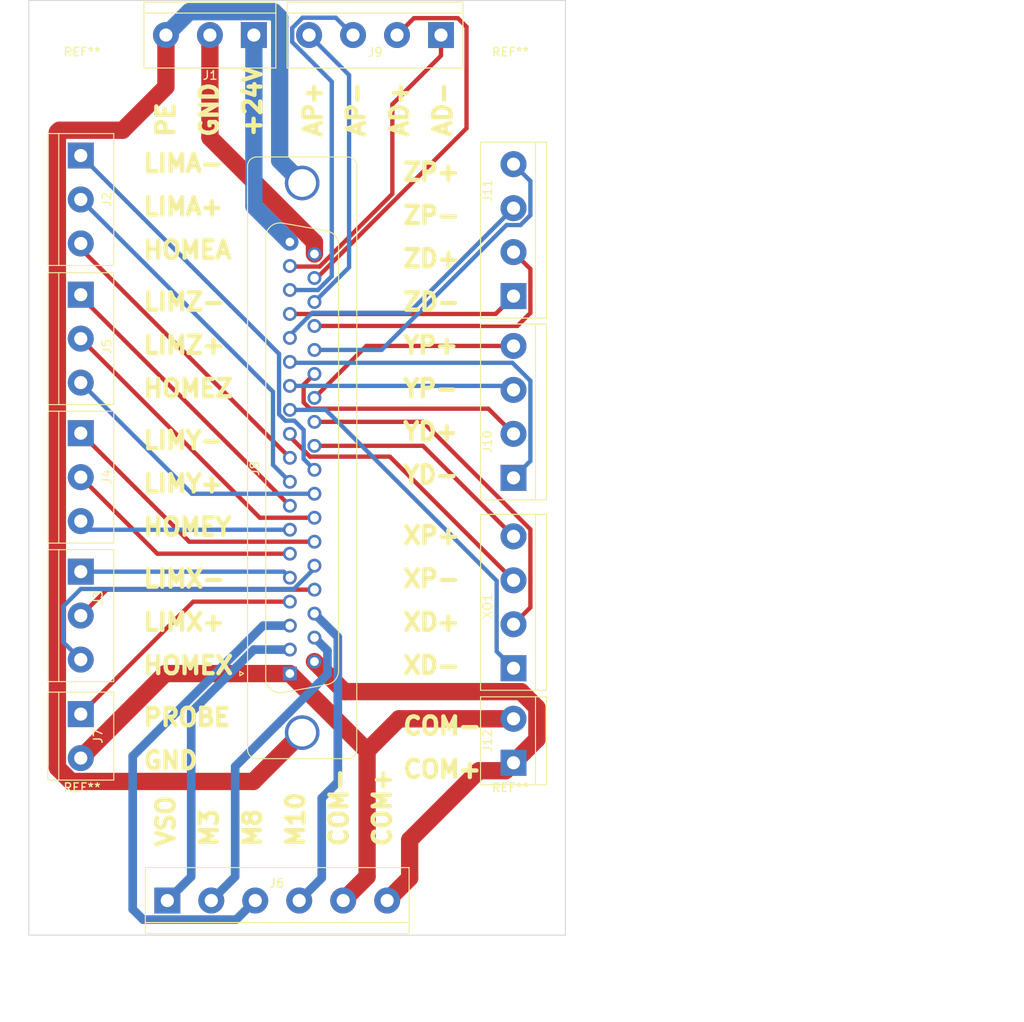
<source format=kicad_pcb>
(kicad_pcb (version 20221018) (generator pcbnew)
  (layers (0 "F.Cu" signal) (31 "B.Cu" signal) (34 "B.Paste" user) (35 "F.Paste" user) (36 "B.SilkS" user "B.Silkscreen") (37 "F.SilkS" user "F.Silkscreen") (38 "B.Mask" user) (39 "F.Mask" user) (44 "Edge.Cuts" user))
  (net 0 "")
  (net 1 "24V")
  (net 2 "GND")
  (net 3 "PE")
  (net 4 "LIMA-")
  (net 5 "LIMA+")
  (net 6 "HOMEA")
  (net 7 "LIMX-")
  (net 8 "LIMX+")
  (net 9 "HOMEX")
  (net 10 "LIMY-")
  (net 11 "LIMY+")
  (net 12 "HOMEY")
  (net 13 "LIMZ-")
  (net 14 "LIMZ+")
  (net 15 "HOMEZ")
  (net 16 "VSO")
  (net 17 "M3")
  (net 18 "M8")
  (net 19 "M10")
  (net 20 "COM-")
  (net 21 "COM+")
  (net 22 "PROBE")
  (net 23 "XP-")
  (net 24 "XD-")
  (net 25 "YP-")
  (net 26 "YD-")
  (net 27 "ZP-")
  (net 28 "ZD-")
  (net 29 "AP-")
  (net 30 "AD-")
  (net 31 "XP+")
  (net 32 "XD+")
  (net 33 "YP+")
  (net 34 "YD+")
  (net 35 "ZP+")
  (net 36 "ZD+")
  (net 37 "AP+")
  (net 38 "AD+")
  (footprint "TerminalBlock:TerminalBlock_bornier-3_P5.08mm" (layer "F.Cu") (at 136 57.92 -90)
    (fp_text reference "J2" (at 5.08 -3 90) (layer "F.SilkS"))
    (fp_text value "AI")
    (fp_line (start -2.54 -3.81) (end 12.7 -3.81) (stroke (width 0.12)) (layer "F.SilkS"))
    (fp_line (start -2.54 2.54) (end 12.7 2.54) (stroke (width 0.12)) (layer "F.SilkS"))
    (fp_line (start -2.54 3.81) (end -2.54 -3.81) (stroke (width 0.12)) (layer "F.SilkS"))
    (fp_line (start -2.54 3.81) (end 12.7 3.81) (stroke (width 0.12)) (layer "F.SilkS"))
    (fp_line (start 12.7 3.81) (end 12.7 -3.81) (stroke (width 0.12)) (layer "F.SilkS"))
    (pad "1" thru_hole rect (at 0 0 270) (size 3 3) (drill 1.52) (layers "*.Cu" "*.Mask") (net 4 "LIMA-"))
    (pad "2" thru_hole circle (at 5.08 0 270) (size 3 3) (drill 1.52) (layers "*.Cu" "*.Mask") (net 5 "LIMA+"))
    (pad "3" thru_hole circle (at 10.16 0 270) (size 3 3) (drill 1.52) (layers "*.Cu" "*.Mask") (net 6 "HOMEA"))
  )
  (footprint "TerminalBlock:TerminalBlock_bornier-4_P5.08mm" (layer "F.Cu") (at 186 74.16 90)
    (fp_text reference "J11" (at 12.16 -3 90) (layer "F.SilkS"))
    (fp_text value "ZO")
    (fp_line (start -2.54 -3.81) (end -2.54 3.81) (stroke (width 0.12)) (layer "F.SilkS"))
    (fp_line (start -2.54 -3.81) (end 17.78 -3.81) (stroke (width 0.12)) (layer "F.SilkS"))
    (fp_line (start -2.54 3.81) (end 17.78 3.81) (stroke (width 0.12)) (layer "F.SilkS"))
    (fp_line (start 17.78 2.54) (end -2.54 2.54) (stroke (width 0.12)) (layer "F.SilkS"))
    (fp_line (start 17.78 3.81) (end 17.78 -3.81) (stroke (width 0.12)) (layer "F.SilkS"))
    (pad "1" thru_hole rect (at 0 0 90) (size 3 3) (drill 1.52) (layers "*.Cu" "*.Mask") (net 28 "ZD-"))
    (pad "2" thru_hole circle (at 5.08 0 90) (size 3 3) (drill 1.52) (layers "*.Cu" "*.Mask") (net 36 "ZD+"))
    (pad "3" thru_hole circle (at 10.16 0 90) (size 3 3) (drill 1.52) (layers "*.Cu" "*.Mask") (net 27 "ZP-"))
    (pad "4" thru_hole circle (at 15.24 0 90) (size 3 3) (drill 1.52) (layers "*.Cu" "*.Mask") (net 35 "ZP+"))
  )
  (footprint "MountingHole:MountingHole_3.2mm_M3" (layer "F.Cu") (at 185.65 50.15)
    (fp_text reference "REF**" (at 0 -4.2) (layer "F.SilkS"))
    (fp_text value "MountingHole_3.2mm_M3")
    (pad "" np_thru_hole circle locked (at 0 0) (size 3.2 3.2) (drill 3.2) (layers "*.Cu" "*.Mask"))
  )
  (footprint "TerminalBlock:TerminalBlock_bornier-4_P5.08mm" (layer "F.Cu") (at 177.62 44 180)
    (fp_text reference "J9" (at 7.6 -2) (layer "F.SilkS"))
    (fp_text value "AO")
    (fp_line (start -2.54 -3.81) (end -2.54 3.81) (stroke (width 0.12)) (layer "F.SilkS"))
    (fp_line (start -2.54 -3.81) (end 17.78 -3.81) (stroke (width 0.12)) (layer "F.SilkS"))
    (fp_line (start -2.54 3.81) (end 17.78 3.81) (stroke (width 0.12)) (layer "F.SilkS"))
    (fp_line (start 17.78 2.54) (end -2.54 2.54) (stroke (width 0.12)) (layer "F.SilkS"))
    (fp_line (start 17.78 3.81) (end 17.78 -3.81) (stroke (width 0.12)) (layer "F.SilkS"))
    (pad "1" thru_hole rect (at 0 0 180) (size 3 3) (drill 1.52) (layers "*.Cu" "*.Mask") (net 30 "AD-"))
    (pad "2" thru_hole circle (at 5.08 0 180) (size 3 3) (drill 1.52) (layers "*.Cu" "*.Mask") (net 38 "AD+"))
    (pad "3" thru_hole circle (at 10.16 0 180) (size 3 3) (drill 1.52) (layers "*.Cu" "*.Mask") (net 29 "AP-"))
    (pad "4" thru_hole circle (at 15.24 0 180) (size 3 3) (drill 1.52) (layers "*.Cu" "*.Mask") (net 37 "AP+"))
  )
  (footprint "TerminalBlock:TerminalBlock_bornier-3_P5.08mm" (layer "F.Cu") (at 156 44 180)
    (fp_text reference "J1" (at 5.05 -4.65) (layer "F.SilkS"))
    (fp_text value "PWR")
    (fp_line (start -2.54 -3.81) (end 12.7 -3.81) (stroke (width 0.12)) (layer "F.SilkS"))
    (fp_line (start -2.54 2.54) (end 12.7 2.54) (stroke (width 0.12)) (layer "F.SilkS"))
    (fp_line (start -2.54 3.81) (end -2.54 -3.81) (stroke (width 0.12)) (layer "F.SilkS"))
    (fp_line (start -2.54 3.81) (end 12.7 3.81) (stroke (width 0.12)) (layer "F.SilkS"))
    (fp_line (start 12.7 3.81) (end 12.7 -3.81) (stroke (width 0.12)) (layer "F.SilkS"))
    (pad "1" thru_hole rect (at 0 0 180) (size 3 3) (drill 1.52) (layers "*.Cu" "*.Mask") (net 1 "24V"))
    (pad "2" thru_hole circle (at 5.08 0 180) (size 3 3) (drill 1.52) (layers "*.Cu" "*.Mask") (net 2 "GND"))
    (pad "3" thru_hole circle (at 10.16 0 180) (size 3 3) (drill 1.52) (layers "*.Cu" "*.Mask") (net 3 "PE"))
  )
  (footprint "TerminalBlock:TerminalBlock_bornier-3_P5.08mm" (layer "F.Cu") (at 136 106 -90)
    (fp_text reference "J3" (at 3 -2 90) (layer "F.SilkS"))
    (fp_text value "XI")
    (fp_line (start -2.54 -3.81) (end 12.7 -3.81) (stroke (width 0.12)) (layer "F.SilkS"))
    (fp_line (start -2.54 2.54) (end 12.7 2.54) (stroke (width 0.12)) (layer "F.SilkS"))
    (fp_line (start -2.54 3.81) (end -2.54 -3.81) (stroke (width 0.12)) (layer "F.SilkS"))
    (fp_line (start -2.54 3.81) (end 12.7 3.81) (stroke (width 0.12)) (layer "F.SilkS"))
    (fp_line (start 12.7 3.81) (end 12.7 -3.81) (stroke (width 0.12)) (layer "F.SilkS"))
    (pad "1" thru_hole rect (at 0 0 270) (size 3 3) (drill 1.52) (layers "*.Cu" "*.Mask") (net 7 "LIMX-"))
    (pad "2" thru_hole circle (at 5.08 0 270) (size 3 3) (drill 1.52) (layers "*.Cu" "*.Mask") (net 8 "LIMX+"))
    (pad "3" thru_hole circle (at 10.16 0 270) (size 3 3) (drill 1.52) (layers "*.Cu" "*.Mask") (net 9 "HOMEX"))
  )
  (footprint "TerminalBlock:TerminalBlock_bornier-3_P5.08mm" (layer "F.Cu") (at 136 74 -90)
    (fp_text reference "J5" (at 6 -3 90) (layer "F.SilkS"))
    (fp_text value "ZI")
    (fp_line (start -2.54 -3.81) (end 12.7 -3.81) (stroke (width 0.12)) (layer "F.SilkS"))
    (fp_line (start -2.54 2.54) (end 12.7 2.54) (stroke (width 0.12)) (layer "F.SilkS"))
    (fp_line (start -2.54 3.81) (end -2.54 -3.81) (stroke (width 0.12)) (layer "F.SilkS"))
    (fp_line (start -2.54 3.81) (end 12.7 3.81) (stroke (width 0.12)) (layer "F.SilkS"))
    (fp_line (start 12.7 3.81) (end 12.7 -3.81) (stroke (width 0.12)) (layer "F.SilkS"))
    (pad "1" thru_hole rect (at 0 0 270) (size 3 3) (drill 1.52) (layers "*.Cu" "*.Mask") (net 13 "LIMZ-"))
    (pad "2" thru_hole circle (at 5.08 0 270) (size 3 3) (drill 1.52) (layers "*.Cu" "*.Mask") (net 14 "LIMZ+"))
    (pad "3" thru_hole circle (at 10.16 0 270) (size 3 3) (drill 1.52) (layers "*.Cu" "*.Mask") (net 15 "HOMEZ"))
  )
  (footprint "Connector_Dsub:DSUB-37_Male_Vertical_P2.77x2.84mm_MountingHoles" (layer "F.Cu") (at 160.16 117.775 90)
    (fp_text reference "J8" (at 23.69 -4.05 90) (layer "F.SilkS"))
    (fp_text value "DC37_Plug_MountingHoles")
    (fp_line (start -9.83 6.67) (end -9.83 -3.83) (stroke (width 0.12)) (layer "F.SilkS"))
    (fp_line (start -8.77 -4.89) (end 58.63 -4.89) (stroke (width 0.12)) (layer "F.SilkS"))
    (fp_line (start -2.18647 -0.841744) (end -1.287202 4.258256) (stroke (width 0.12)) (layer "F.SilkS"))
    (fp_line (start -0.551689 -2.79) (end 50.411689 -2.79) (stroke (width 0.12)) (layer "F.SilkS"))
    (fp_line (start -0.25 -5.784338) (end 0.25 -5.784338) (stroke (width 0.12)) (layer "F.SilkS"))
    (fp_line (start 0 -5.351325) (end -0.25 -5.784338) (stroke (width 0.12)) (layer "F.SilkS"))
    (fp_line (start 0.25 -5.784338) (end 0 -5.351325) (stroke (width 0.12)) (layer "F.SilkS"))
    (fp_line (start 0.347579 5.63) (end 49.512421 5.63) (stroke (width 0.12)) (layer "F.SilkS"))
    (fp_line (start 52.04647 -0.841744) (end 51.147202 4.258256) (stroke (width 0.12)) (layer "F.SilkS"))
    (fp_line (start 58.63 7.73) (end -8.77 7.73) (stroke (width 0.12)) (layer "F.SilkS"))
    (fp_line (start 59.69 -3.83) (end 59.69 6.67) (stroke (width 0.12)) (layer "F.SilkS"))
    (fp_arc (start -9.83 -3.83) (mid -9.519533 -4.579533) (end -8.77 -4.89) (stroke (width 0.12)) (layer "F.SilkS"))
    (fp_arc (start -8.77 7.73) (mid -9.519533 7.419533) (end -9.83 6.67) (stroke (width 0.12)) (layer "F.SilkS"))
    (fp_arc (start -2.18647 -0.841744) (mid -1.823323 -2.197028) (end -0.551689 -2.79) (stroke (width 0.12)) (layer "F.SilkS"))
    (fp_arc (start 0.347579 5.63) (mid -0.719448 5.241633) (end -1.287202 4.258256) (stroke (width 0.12)) (layer "F.SilkS"))
    (fp_arc (start 50.411689 -2.79) (mid 51.683331 -2.197031) (end 52.04647 -0.841744) (stroke (width 0.12)) (layer "F.SilkS"))
    (fp_arc (start 51.147202 4.258256) (mid 50.57945 5.241642) (end 49.512421 5.63) (stroke (width 0.12)) (layer "F.SilkS"))
    (fp_arc (start 58.63 -4.89) (mid 59.379533 -4.579533) (end 59.69 -3.83) (stroke (width 0.12)) (layer "F.SilkS"))
    (fp_arc (start 59.69 6.67) (mid 59.379533 7.419533) (end 58.63 7.73) (stroke (width 0.12)) (layer "F.SilkS"))
    (pad "0" thru_hole circle (at -6.82 1.42 90) (size 4 4) (drill 3.2) (layers "*.Cu" "*.Mask") (net 3 "PE"))
    (pad "0" thru_hole circle (at 56.68 1.42 90) (size 4 4) (drill 3.2) (layers "*.Cu" "*.Mask") (net 3 "PE"))
    (pad "1" thru_hole rect (at 0 0 90) (size 1.6 1.6) (drill 1) (layers "*.Cu" "*.Mask") (net 20 "COM-"))
    (pad "2" thru_hole circle (at 2.77 0 90) (size 1.6 1.6) (drill 1) (layers "*.Cu" "*.Mask") (net 16 "VSO"))
    (pad "3" thru_hole circle (at 5.54 0 90) (size 1.6 1.6) (drill 1) (layers "*.Cu" "*.Mask") (net 18 "M8"))
    (pad "4" thru_hole circle (at 8.31 0 90) (size 1.6 1.6) (drill 1) (layers "*.Cu" "*.Mask") (net 22 "PROBE"))
    (pad "5" thru_hole circle (at 11.08 0 90) (size 1.6 1.6) (drill 1) (layers "*.Cu" "*.Mask") (net 7 "LIMX-"))
    (pad "6" thru_hole circle (at 13.85 0 90) (size 1.6 1.6) (drill 1) (layers "*.Cu" "*.Mask") (net 11 "LIMY+"))
    (pad "7" thru_hole circle (at 16.62 0 90) (size 1.6 1.6) (drill 1) (layers "*.Cu" "*.Mask") (net 12 "HOMEY"))
    (pad "8" thru_hole circle (at 19.39 0 90) (size 1.6 1.6) (drill 1) (layers "*.Cu" "*.Mask") (net 13 "LIMZ-"))
    (pad "9" thru_hole circle (at 22.16 0 90) (size 1.6 1.6) (drill 1) (layers "*.Cu" "*.Mask") (net 5 "LIMA+"))
    (pad "10" thru_hole circle (at 24.93 0 90) (size 1.6 1.6) (drill 1) (layers "*.Cu" "*.Mask") (net 6 "HOMEA"))
    (pad "11" thru_hole circle (at 27.7 0 90) (size 1.6 1.6) (drill 1) (layers "*.Cu" "*.Mask") (net 23 "XP-"))
    (pad "12" thru_hole circle (at 30.47 0 90) (size 1.6 1.6) (drill 1) (layers "*.Cu" "*.Mask") (net 24 "XD-"))
    (pad "13" thru_hole circle (at 33.24 0 90) (size 1.6 1.6) (drill 1) (layers "*.Cu" "*.Mask") (net 25 "YP-"))
    (pad "14" thru_hole circle (at 36.01 0 90) (size 1.6 1.6) (drill 1) (layers "*.Cu" "*.Mask") (net 26 "YD-"))
    (pad "15" thru_hole circle (at 38.78 0 90) (size 1.6 1.6) (drill 1) (layers "*.Cu" "*.Mask") (net 27 "ZP-"))
    (pad "16" thru_hole circle (at 41.55 0 90) (size 1.6 1.6) (drill 1) (layers "*.Cu" "*.Mask") (net 28 "ZD-"))
    (pad "17" thru_hole circle (at 44.32 0 90) (size 1.6 1.6) (drill 1) (layers "*.Cu" "*.Mask") (net 29 "AP-"))
    (pad "18" thru_hole circle (at 47.09 0 90) (size 1.6 1.6) (drill 1) (layers "*.Cu" "*.Mask") (net 30 "AD-"))
    (pad "19" thru_hole circle (at 49.86 0 90) (size 1.6 1.6) (drill 1) (layers "*.Cu" "*.Mask") (net 1 "24V"))
    (pad "20" thru_hole circle (at 1.385 2.84 90) (size 1.6 1.6) (drill 1) (layers "*.Cu" "*.Mask") (net 21 "COM+"))
    (pad "21" thru_hole circle (at 4.155 2.84 90) (size 1.6 1.6) (drill 1) (layers "*.Cu" "*.Mask") (net 17 "M3"))
    (pad "22" thru_hole circle (at 6.925 2.84 90) (size 1.6 1.6) (drill 1) (layers "*.Cu" "*.Mask") (net 19 "M10"))
    (pad "23" thru_hole circle (at 9.695 2.84 90) (size 1.6 1.6) (drill 1) (layers "*.Cu" "*.Mask") (net 8 "LIMX+"))
    (pad "24" thru_hole circle (at 12.465 2.84 90) (size 1.6 1.6) (drill 1) (layers "*.Cu" "*.Mask") (net 9 "HOMEX"))
    (pad "25" thru_hole circle (at 15.235 2.84 90) (size 1.6 1.6) (drill 1) (layers "*.Cu" "*.Mask") (net 10 "LIMY-"))
    (pad "26" thru_hole circle (at 18.005 2.84 90) (size 1.6 1.6) (drill 1) (layers "*.Cu" "*.Mask") (net 14 "LIMZ+"))
    (pad "27" thru_hole circle (at 20.775 2.84 90) (size 1.6 1.6) (drill 1) (layers "*.Cu" "*.Mask") (net 15 "HOMEZ"))
    (pad "28" thru_hole circle (at 23.545 2.84 90) (size 1.6 1.6) (drill 1) (layers "*.Cu" "*.Mask") (net 4 "LIMA-"))
    (pad "29" thru_hole circle (at 26.315 2.84 90) (size 1.6 1.6) (drill 1) (layers "*.Cu" "*.Mask") (net 31 "XP+"))
    (pad "30" thru_hole circle (at 29.085 2.84 90) (size 1.6 1.6) (drill 1) (layers "*.Cu" "*.Mask") (net 32 "XD+"))
    (pad "31" thru_hole circle (at 31.855 2.84 90) (size 1.6 1.6) (drill 1) (layers "*.Cu" "*.Mask") (net 33 "YP+"))
    (pad "32" thru_hole circle (at 34.625 2.84 90) (size 1.6 1.6) (drill 1) (layers "*.Cu" "*.Mask") (net 34 "YD+"))
    (pad "33" thru_hole circle (at 37.395 2.84 90) (size 1.6 1.6) (drill 1) (layers "*.Cu" "*.Mask") (net 35 "ZP+"))
    (pad "34" thru_hole circle (at 40.165 2.84 90) (size 1.6 1.6) (drill 1) (layers "*.Cu" "*.Mask") (net 36 "ZD+"))
    (pad "35" thru_hole circle (at 42.935 2.84 90) (size 1.6 1.6) (drill 1) (layers "*.Cu" "*.Mask") (net 37 "AP+"))
    (pad "36" thru_hole circle (at 45.705 2.84 90) (size 1.6 1.6) (drill 1) (layers "*.Cu" "*.Mask") (net 38 "AD+"))
    (pad "37" thru_hole circle (at 48.475 2.84 90) (size 1.6 1.6) (drill 1) (layers "*.Cu" "*.Mask") (net 2 "GND"))
  )
  (footprint "TerminalBlock:TerminalBlock_bornier-6_P5.08mm" (layer "F.Cu") (at 146 144)
    (fp_text reference "J6" (at 12.65 -2) (layer "F.SilkS"))
    (fp_text value "Conn_01x06_Socket")
    (fp_line (start -2.54 -3.81) (end -2.54 3.81) (stroke (width 0.12)) (layer "F.SilkS"))
    (fp_line (start -2.54 -3.81) (end 27.94 -3.81) (stroke (width 0.12)) (layer "F.SilkS"))
    (fp_line (start -2.54 2.54) (end 27.94 2.54) (stroke (width 0.12)) (layer "F.SilkS"))
    (fp_line (start -2.54 3.81) (end 27.94 3.81) (stroke (width 0.12)) (layer "F.SilkS"))
    (fp_line (start 27.94 3.81) (end 27.94 -3.81) (stroke (width 0.12)) (layer "F.SilkS"))
    (pad "1" thru_hole rect (at 0 0) (size 3 3) (drill 1.52) (layers "*.Cu" "*.Mask") (net 16 "VSO"))
    (pad "2" thru_hole circle (at 5.08 0) (size 3 3) (drill 1.52) (layers "*.Cu" "*.Mask") (net 17 "M3"))
    (pad "3" thru_hole circle (at 10.16 0) (size 3 3) (drill 1.52) (layers "*.Cu" "*.Mask") (net 18 "M8"))
    (pad "4" thru_hole circle (at 15.24 0) (size 3 3) (drill 1.52) (layers "*.Cu" "*.Mask") (net 19 "M10"))
    (pad "5" thru_hole circle (at 20.32 0) (size 3 3) (drill 1.52) (layers "*.Cu" "*.Mask") (net 20 "COM-"))
    (pad "6" thru_hole circle (at 25.4 0) (size 3 3) (drill 1.52) (layers "*.Cu" "*.Mask") (net 21 "COM+"))
  )
  (footprint "TerminalBlock:TerminalBlock_bornier-4_P5.08mm" (layer "F.Cu") (at 186 117.16 90)
    (fp_text reference "XO1" (at 7.16 -3 90) (layer "F.SilkS"))
    (fp_text value "Conn_01x04_Socket")
    (fp_line (start -2.54 -3.81) (end -2.54 3.81) (stroke (width 0.12)) (layer "F.SilkS"))
    (fp_line (start -2.54 -3.81) (end 17.78 -3.81) (stroke (width 0.12)) (layer "F.SilkS"))
    (fp_line (start -2.54 3.81) (end 17.78 3.81) (stroke (width 0.12)) (layer "F.SilkS"))
    (fp_line (start 17.78 2.54) (end -2.54 2.54) (stroke (width 0.12)) (layer "F.SilkS"))
    (fp_line (start 17.78 3.81) (end 17.78 -3.81) (stroke (width 0.12)) (layer "F.SilkS"))
    (pad "1" thru_hole rect (at 0 0 90) (size 3 3) (drill 1.52) (layers "*.Cu" "*.Mask") (net 24 "XD-"))
    (pad "2" thru_hole circle (at 5.08 0 90) (size 3 3) (drill 1.52) (layers "*.Cu" "*.Mask") (net 32 "XD+"))
    (pad "3" thru_hole circle (at 10.16 0 90) (size 3 3) (drill 1.52) (layers "*.Cu" "*.Mask") (net 23 "XP-"))
    (pad "4" thru_hole circle (at 15.24 0 90) (size 3 3) (drill 1.52) (layers "*.Cu" "*.Mask") (net 31 "XP+"))
  )
  (footprint "TerminalBlock:TerminalBlock_bornier-2_P5.08mm" (layer "F.Cu") (at 186 128.08 90)
    (fp_text reference "J12" (at 2.54 -3 90) (layer "F.SilkS"))
    (fp_text value "~")
    (fp_line (start -2.54 -3.81) (end -2.54 3.81) (stroke (width 0.12)) (layer "F.SilkS"))
    (fp_line (start -2.54 3.81) (end 7.62 3.81) (stroke (width 0.12)) (layer "F.SilkS"))
    (fp_line (start 7.62 -3.81) (end -2.54 -3.81) (stroke (width 0.12)) (layer "F.SilkS"))
    (fp_line (start 7.62 2.54) (end -2.54 2.54) (stroke (width 0.12)) (layer "F.SilkS"))
    (fp_line (start 7.62 3.81) (end 7.62 -3.81) (stroke (width 0.12)) (layer "F.SilkS"))
    (pad "1" thru_hole rect (at 0 0 90) (size 3 3) (drill 1.52) (layers "*.Cu" "*.Mask") (net 21 "COM+"))
    (pad "2" thru_hole circle (at 5.08 0 90) (size 3 3) (drill 1.52) (layers "*.Cu" "*.Mask") (net 20 "COM-"))
  )
  (footprint "MountingHole:MountingHole_3.2mm_M3" (layer "F.Cu") (at 185.65 135.15)
    (fp_text reference "REF**" (at 0 -4.2) (layer "F.SilkS"))
    (fp_text value "MountingHole_3.2mm_M3")
    (pad "" np_thru_hole circle locked (at 0 0) (size 3.2 3.2) (drill 3.2) (layers "*.Cu" "*.Mask"))
  )
  (footprint "MountingHole:MountingHole_3.2mm_M3" (layer "F.Cu") (at 136.15 50.15)
    (fp_text reference "REF**" (at 0 -4.2) (layer "F.SilkS"))
    (fp_text value "MountingHole_3.2mm_M3")
    (pad "" np_thru_hole circle locked (at 0 0) (size 3.2 3.2) (drill 3.2) (layers "*.Cu" "*.Mask"))
  )
  (footprint "TerminalBlock:TerminalBlock_bornier-2_P5.08mm" (layer "F.Cu") (at 136 122.46 -90)
    (fp_text reference "J7" (at 2.54 -2 90) (layer "F.SilkS"))
    (fp_text value "Probe")
    (fp_line (start -2.54 -3.81) (end -2.54 3.81) (stroke (width 0.12)) (layer "F.SilkS"))
    (fp_line (start -2.54 3.81) (end 7.62 3.81) (stroke (width 0.12)) (layer "F.SilkS"))
    (fp_line (start 7.62 -3.81) (end -2.54 -3.81) (stroke (width 0.12)) (layer "F.SilkS"))
    (fp_line (start 7.62 2.54) (end -2.54 2.54) (stroke (width 0.12)) (layer "F.SilkS"))
    (fp_line (start 7.62 3.81) (end 7.62 -3.81) (stroke (width 0.12)) (layer "F.SilkS"))
    (pad "1" thru_hole rect (at 0 0 270) (size 3 3) (drill 1.52) (layers "*.Cu" "*.Mask") (net 22 "PROBE"))
    (pad "2" thru_hole circle (at 5.08 0 270) (size 3 3) (drill 1.52) (layers "*.Cu" "*.Mask") (net 20 "COM-"))
  )
  (footprint "TerminalBlock:TerminalBlock_bornier-3_P5.08mm" (layer "F.Cu") (at 136 90 -90)
    (fp_text reference "J4" (at 5.05 -3 90) (layer "F.SilkS"))
    (fp_text value "YI")
    (fp_line (start -2.54 -3.81) (end 12.7 -3.81) (stroke (width 0.12)) (layer "F.SilkS"))
    (fp_line (start -2.54 2.54) (end 12.7 2.54) (stroke (width 0.12)) (layer "F.SilkS"))
    (fp_line (start -2.54 3.81) (end -2.54 -3.81) (stroke (width 0.12)) (layer "F.SilkS"))
    (fp_line (start -2.54 3.81) (end 12.7 3.81) (stroke (width 0.12)) (layer "F.SilkS"))
    (fp_line (start 12.7 3.81) (end 12.7 -3.81) (stroke (width 0.12)) (layer "F.SilkS"))
    (pad "1" thru_hole rect (at 0 0 270) (size 3 3) (drill 1.52) (layers "*.Cu" "*.Mask") (net 10 "LIMY-"))
    (pad "2" thru_hole circle (at 5.08 0 270) (size 3 3) (drill 1.52) (layers "*.Cu" "*.Mask") (net 11 "LIMY+"))
    (pad "3" thru_hole circle (at 10.16 0 270) (size 3 3) (drill 1.52) (layers "*.Cu" "*.Mask") (net 12 "HOMEY"))
  )
  (footprint "TerminalBlock:TerminalBlock_bornier-4_P5.08mm" (layer "F.Cu") (at 186 95.16 90)
    (fp_text reference "J10" (at 4.16 -3 90) (layer "F.SilkS"))
    (fp_text value "YO")
    (fp_line (start -2.54 -3.81) (end -2.54 3.81) (stroke (width 0.12)) (layer "F.SilkS"))
    (fp_line (start -2.54 -3.81) (end 17.78 -3.81) (stroke (width 0.12)) (layer "F.SilkS"))
    (fp_line (start -2.54 3.81) (end 17.78 3.81) (stroke (width 0.12)) (layer "F.SilkS"))
    (fp_line (start 17.78 2.54) (end -2.54 2.54) (stroke (width 0.12)) (layer "F.SilkS"))
    (fp_line (start 17.78 3.81) (end 17.78 -3.81) (stroke (width 0.12)) (layer "F.SilkS"))
    (pad "1" thru_hole rect (at 0 0 90) (size 3 3) (drill 1.52) (layers "*.Cu" "*.Mask") (net 26 "YD-"))
    (pad "2" thru_hole circle (at 5.08 0 90) (size 3 3) (drill 1.52) (layers "*.Cu" "*.Mask") (net 34 "YD+"))
    (pad "3" thru_hole circle (at 10.16 0 90) (size 3 3) (drill 1.52) (layers "*.Cu" "*.Mask") (net 25 "YP-"))
    (pad "4" thru_hole circle (at 15.24 0 90) (size 3 3) (drill 1.52) (layers "*.Cu" "*.Mask") (net 33 "YP+"))
  )
  (footprint "MountingHole:MountingHole_3.2mm_M3" (layer "F.Cu") (at 136.15 135.15)
    (fp_text reference "REF**" (at 0 -4.2) (layer "F.SilkS"))
    (fp_text value "MountingHole_3.2mm_M3")
    (pad "" np_thru_hole circle locked (at 0 0) (size 3.2 3.2) (drill 3.2) (layers "*.Cu" "*.Mask"))
  )
  (gr_line (start 130 148) (end 130 40) (stroke (width 0.1)) (layer "Edge.Cuts"))
  (gr_line (start 130 40) (end 192 40) (stroke (width 0.1)) (layer "Edge.Cuts"))
  (gr_line (start 192 148) (end 130 148) (stroke (width 0.1)) (layer "Edge.Cuts"))
  (gr_line (start 192 40) (end 192 148) (stroke (width 0.1)) (layer "Edge.Cuts"))
  (gr_text "COM+" (at 173 130) (layer "F.SilkS") (effects (font (size 2 2) (thickness 0.5) bold) (justify left bottom)))
  (gr_text "ZP+" (at 173 61) (layer "F.SilkS") (effects (font (size 2 2) (thickness 0.5) bold) (justify left bottom)))
  (gr_text "AP+" (at 164 56 90) (layer "F.SilkS") (effects (font (size 2 2) (thickness 0.5) bold) (justify left bottom)))
  (gr_text "ZD-" (at 173 76) (layer "F.SilkS") (effects (font (size 2 2) (thickness 0.5) bold) (justify left bottom)))
  (gr_text "GND" (at 143 129) (layer "F.SilkS") (effects (font (size 2 2) (thickness 0.5) bold) (justify left bottom)))
  (gr_text "AP-" (at 169 56 90) (layer "F.SilkS") (effects (font (size 2 2) (thickness 0.5) bold) (justify left bottom)))
  (gr_text "YP+" (at 173 81) (layer "F.SilkS") (effects (font (size 2 2) (thickness 0.5) bold) (justify left bottom)))
  (gr_text "ZD+" (at 173 71) (layer "F.SilkS") (effects (font (size 2 2) (thickness 0.5) bold) (justify left bottom)))
  (gr_text "HOMEA" (at 143 70) (layer "F.SilkS") (effects (font (size 2 2) (thickness 0.5) bold) (justify left bottom)))
  (gr_text "YD-" (at 173 96) (layer "F.SilkS") (effects (font (size 2 2) (thickness 0.5) bold) (justify left bottom)))
  (gr_text "PE" (at 147 56 90) (layer "F.SilkS") (effects (font (size 2 2) (thickness 0.5) bold) (justify left bottom)))
  (gr_text "LIMY+" (at 143 97) (layer "F.SilkS") (effects (font (size 2 2) (thickness 0.5) bold) (justify left bottom)))
  (gr_text "COM-" (at 173 125) (layer "F.SilkS") (effects (font (size 2 2) (thickness 0.5) bold) (justify left bottom)))
  (gr_text "M8" (at 157 138 90) (layer "F.SilkS") (effects (font (size 2 2) (thickness 0.5) bold) (justify left bottom)))
  (gr_text "HOMEZ" (at 143 86) (layer "F.SilkS") (effects (font (size 2 2) (thickness 0.5) bold) (justify left bottom)))
  (gr_text "GND" (at 152 56 90) (layer "F.SilkS") (effects (font (size 2 2) (thickness 0.5) bold) (justify left bottom)))
  (gr_text "LIMX-" (at 143 108) (layer "F.SilkS") (effects (font (size 2 2) (thickness 0.5) bold) (justify left bottom)))
  (gr_text "LIMY-" (at 143 92) (layer "F.SilkS") (effects (font (size 2 2) (thickness 0.5) bold) (justify left bottom)))
  (gr_text "HOMEX" (at 143 118) (layer "F.SilkS") (effects (font (size 2 2) (thickness 0.5) bold) (justify left bottom)))
  (gr_text "COM+" (at 172 138 90) (layer "F.SilkS") (effects (font (size 2 2) (thickness 0.5) bold) (justify left bottom)))
  (gr_text "XD-" (at 173 118) (layer "F.SilkS") (effects (font (size 2 2) (thickness 0.5) bold) (justify left bottom)))
  (gr_text "VSO" (at 147 138 90) (layer "F.SilkS") (effects (font (size 2 2) (thickness 0.5) bold) (justify left bottom)))
  (gr_text "XD+" (at 173 113) (layer "F.SilkS") (effects (font (size 2 2) (thickness 0.5) bold) (justify left bottom)))
  (gr_text "LIMZ+" (at 143 81) (layer "F.SilkS") (effects (font (size 2 2) (thickness 0.5) bold) (justify left bottom)))
  (gr_text "LIMZ-" (at 143 76) (layer "F.SilkS") (effects (font (size 2 2) (thickness 0.5) bold) (justify left bottom)))
  (gr_text "YP-" (at 173 86) (layer "F.SilkS") (effects (font (size 2 2) (thickness 0.5) bold) (justify left bottom)))
  (gr_text "HOMEY" (at 143 102) (layer "F.SilkS") (effects (font (size 2 2) (thickness 0.5) bold) (justify left bottom)))
  (gr_text "M3" (at 152 138 90) (layer "F.SilkS") (effects (font (size 2 2) (thickness 0.5) bold) (justify left bottom)))
  (gr_text "M10" (at 162 138 90) (layer "F.SilkS") (effects (font (size 2 2) (thickness 0.5) bold) (justify left bottom)))
  (gr_text "ZP-" (at 173 66) (layer "F.SilkS") (effects (font (size 2 2) (thickness 0.5) bold) (justify left bottom)))
  (gr_text "LIMX+" (at 143 113) (layer "F.SilkS") (effects (font (size 2 2) (thickness 0.5) bold) (justify left bottom)))
  (gr_text "AD-" (at 179 56 90) (layer "F.SilkS") (effects (font (size 2 2) (thickness 0.5) bold) (justify left bottom)))
  (gr_text "XP-" (at 173 108) (layer "F.SilkS") (effects (font (size 2 2) (thickness 0.5) bold) (justify left bottom)))
  (gr_text "LIMA+" (at 143 65) (layer "F.SilkS") (effects (font (size 2 2) (thickness 0.5) bold) (justify left bottom)))
  (gr_text "COM-" (at 167 138 90) (layer "F.SilkS") (effects (font (size 2 2) (thickness 0.5) bold) (justify left bottom)))
  (gr_text "XP+" (at 173 103) (layer "F.SilkS") (effects (font (size 2 2) (thickness 0.5) bold) (justify left bottom)))
  (gr_text "LIMA-" (at 143 60) (layer "F.SilkS") (effects (font (size 2 2) (thickness 0.5) bold) (justify left bottom)))
  (gr_text "PROBE" (at 143 124) (layer "F.SilkS") (effects (font (size 2 2) (thickness 0.5) bold) (justify left bottom)))
  (gr_text "AD+" (at 174 56 90) (layer "F.SilkS") (effects (font (size 2 2) (thickness 0.5) bold) (justify left bottom)))
  (gr_text "+24V" (at 157 56 90) (layer "F.SilkS") (effects (font (size 2 2) (thickness 0.5) bold) (justify left bottom)))
  (gr_text "YD+" (at 173 91) (layer "F.SilkS") (effects (font (size 2 2) (thickness 0.5) bold) (justify left bottom)))
  (segment (start 156 44) (end 156 63.755) (width 2) (layer "B.Cu") (net 1))
  (segment (start 156 63.755) (end 160.16 67.915) (width 2) (layer "B.Cu") (net 1))
  (segment (start 150.92 44) (end 150.92 55.846572) (width 2) (layer "F.Cu") (net 2))
  (segment (start 150.92 55.846572) (end 163 67.926572) (width 2) (layer "F.Cu") (net 2))
  (segment (start 163 67.926572) (end 163 69.3) (width 2) (layer "F.Cu") (net 2))
  (segment (start 161.58 124.595) (end 155.935 130.24) (width 2) (layer "F.Cu") (net 3))
  (segment (start 134.881623 130.24) (end 133.3 128.658377) (width 2) (layer "F.Cu") (net 3))
  (segment (start 133.3 55.22) (end 133.52 55) (width 2) (layer "F.Cu") (net 3))
  (segment (start 133.52 55) (end 140.84 55) (width 2) (layer "F.Cu") (net 3))
  (segment (start 155.935 130.24) (end 134.881623 130.24) (width 2) (layer "F.Cu") (net 3))
  (segment (start 133.3 128.658377) (end 133.3 55.22) (width 2) (layer "F.Cu") (net 3))
  (segment (start 140.84 55) (end 145.84 50) (width 2) (layer "F.Cu") (net 3))
  (segment (start 145.84 50) (end 145.84 44) (width 2) (layer "F.Cu") (net 3))
  (segment (start 158.3 41.3) (end 158.98 41.98) (width 2) (layer "B.Cu") (net 3))
  (segment (start 158.98 41.98) (end 158.98 58.495) (width 2) (layer "B.Cu") (net 3))
  (segment (start 148.54 41.3) (end 158.3 41.3) (width 2) (layer "B.Cu") (net 3))
  (segment (start 145.84 44) (end 148.54 41.3) (width 2) (layer "B.Cu") (net 3))
  (segment (start 158.98 58.495) (end 161.58 61.095) (width 2) (layer "B.Cu") (net 3))
  (segment (start 158.91 87.822767) (end 159.642233 88.555) (width 0.5) (layer "B.Cu") (net 4))
  (segment (start 159.642233 88.555) (end 160.677767 88.555) (width 0.5) (layer "B.Cu") (net 4))
  (segment (start 136 57.92) (end 158.91 80.83) (width 0.5) (layer "B.Cu") (net 4))
  (segment (start 160.677767 88.555) (end 161.75 89.627233) (width 0.5) (layer "B.Cu") (net 4))
  (segment (start 161.75 92.98) (end 163 94.23) (width 0.5) (layer "B.Cu") (net 4))
  (segment (start 158.91 80.83) (end 158.91 87.822767) (width 0.5) (layer "B.Cu") (net 4))
  (segment (start 161.75 89.627233) (end 161.75 92.98) (width 0.5) (layer "B.Cu") (net 4))
  (segment (start 136 63) (end 158.21 85.21) (width 0.5) (layer "B.Cu") (net 5))
  (segment (start 158.21 85.21) (end 158.21 93.665) (width 0.5) (layer "B.Cu") (net 5))
  (segment (start 158.21 93.665) (end 160.16 95.615) (width 0.5) (layer "B.Cu") (net 5))
  (segment (start 136 68.685) (end 136 68.08) (width 0.5) (layer "F.Cu") (net 6))
  (segment (start 160.16 92.845) (end 136 68.685) (width 0.5) (layer "F.Cu") (net 6))
  (segment (start 159.465 106) (end 160.16 106.695) (width 0.5) (layer "B.Cu") (net 7))
  (segment (start 136 106) (end 159.465 106) (width 0.5) (layer "B.Cu") (net 7))
  (segment (start 136 111.08) (end 139 108.08) (width 0.5) (layer "F.Cu") (net 8))
  (segment (start 139 108.08) (end 163 108.08) (width 0.5) (layer "F.Cu") (net 8))
  (segment (start 163 105.31) (end 163 105.622767) (width 0.5) (layer "B.Cu") (net 9))
  (segment (start 136 108) (end 134 110) (width 0.5) (layer "B.Cu") (net 9))
  (segment (start 134 114.16) (end 136 116.16) (width 0.5) (layer "B.Cu") (net 9))
  (segment (start 163 105.622767) (end 160.622767 108) (width 0.5) (layer "B.Cu") (net 9))
  (segment (start 160.622767 108) (end 136 108) (width 0.5) (layer "B.Cu") (net 9))
  (segment (start 134 110) (end 134 114.16) (width 0.5) (layer "B.Cu") (net 9))
  (segment (start 136 90) (end 148.54 102.54) (width 0.5) (layer "F.Cu") (net 10))
  (segment (start 148.54 102.54) (end 163 102.54) (width 0.5) (layer "F.Cu") (net 10))
  (segment (start 144.845 103.925) (end 160.16 103.925) (width 0.5) (layer "F.Cu") (net 11))
  (segment (start 136 95.08) (end 144.845 103.925) (width 0.5) (layer "F.Cu") (net 11))
  (segment (start 136.995 101.155) (end 136 100.16) (width 0.5) (layer "B.Cu") (net 12))
  (segment (start 160.16 101.155) (end 136.995 101.155) (width 0.5) (layer "B.Cu") (net 12))
  (segment (start 136 74.225) (end 160.16 98.385) (width 0.5) (layer "F.Cu") (net 13))
  (segment (start 136 74) (end 136 74.225) (width 0.5) (layer "F.Cu") (net 13))
  (segment (start 136 79.08) (end 156.69 99.77) (width 0.5) (layer "F.Cu") (net 14))
  (segment (start 156.69 99.77) (end 163 99.77) (width 0.5) (layer "F.Cu") (net 14))
  (segment (start 148.84 97) (end 136 84.16) (width 0.5) (layer "B.Cu") (net 15))
  (segment (start 163 97) (end 148.84 97) (width 0.5) (layer "B.Cu") (net 15))
  (segment (start 146 144) (end 148.76 141.24) (width 1) (layer "B.Cu") (net 16))
  (segment (start 148.76 141.24) (end 148.76 122.24) (width 1) (layer "B.Cu") (net 16))
  (segment (start 156.005 115.005) (end 160.16 115.005) (width 1) (layer "B.Cu") (net 16))
  (segment (start 156 115) (end 156.005 115.005) (width 1) (layer "B.Cu") (net 16))
  (segment (start 148.76 122.24) (end 156 115) (width 1) (layer "B.Cu") (net 16))
  (segment (start 153.84 128.516623) (end 153.84 141.24) (width 1) (layer "B.Cu") (net 17))
  (segment (start 153.84 141.24) (end 151.08 144) (width 1) (layer "B.Cu") (net 17))
  (segment (start 164.5 115.12) (end 164.5 117.856623) (width 1) (layer "B.Cu") (net 17))
  (segment (start 164.5 117.856623) (end 153.84 128.516623) (width 1) (layer "B.Cu") (net 17))
  (segment (start 163 113.62) (end 164.5 115.12) (width 1) (layer "B.Cu") (net 17))
  (segment (start 143.2 146.2) (end 153.96 146.2) (width 1) (layer "B.Cu") (net 18))
  (segment (start 142 127.302944) (end 142 145) (width 1) (layer "B.Cu") (net 18))
  (segment (start 153.96 146.2) (end 156.16 144) (width 1) (layer "B.Cu") (net 18))
  (segment (start 142 145) (end 143.2 146.2) (width 1) (layer "B.Cu") (net 18))
  (segment (start 160.16 112.235) (end 157.067944 112.235) (width 1) (layer "B.Cu") (net 18))
  (segment (start 157.067944 112.235) (end 142 127.302944) (width 1) (layer "B.Cu") (net 18))
  (segment (start 165.7 113.55) (end 165.7 130.3) (width 1) (layer "B.Cu") (net 19))
  (segment (start 163 110.85) (end 165.7 113.55) (width 1) (layer "B.Cu") (net 19))
  (segment (start 163.84 141.4) (end 161.24 144) (width 1) (layer "B.Cu") (net 19))
  (segment (start 163.84 132.16) (end 163.84 141.4) (width 1) (layer "B.Cu") (net 19))
  (segment (start 165.7 130.3) (end 163.84 132.16) (width 1) (layer "B.Cu") (net 19))
  (segment (start 172.775 123) (end 169.08 126.695) (width 2) (layer "F.Cu") (net 20))
  (segment (start 169.08 141.24) (end 169.08 126.695) (width 2) (layer "F.Cu") (net 20))
  (segment (start 160.16 117.775) (end 145.765 117.775) (width 2) (layer "F.Cu") (net 20))
  (segment (start 169.08 126.695) (end 160.16 117.775) (width 2) (layer "F.Cu") (net 20))
  (segment (start 145.765 117.775) (end 136 127.54) (width 2) (layer "F.Cu") (net 20))
  (segment (start 186 123) (end 172.775 123) (width 2) (layer "F.Cu") (net 20))
  (segment (start 166.32 144) (end 169.08 141.24) (width 2) (layer "F.Cu") (net 20))
  (segment (start 174 137) (end 182 129) (width 2) (layer "F.Cu") (net 21))
  (segment (start 185.08 129) (end 186 128.08) (width 2) (layer "F.Cu") (net 21))
  (segment (start 166.47 119.86) (end 163 116.39) (width 2) (layer "F.Cu") (net 21))
  (segment (start 186 128.08) (end 188.7 125.38) (width 2) (layer "F.Cu") (net 21))
  (segment (start 188.7 125.38) (end 188.7 121.7) (width 2) (layer "F.Cu") (net 21))
  (segment (start 186.86 119.86) (end 166.47 119.86) (width 2) (layer "F.Cu") (net 21))
  (segment (start 182 129) (end 185.08 129) (width 2) (layer "F.Cu") (net 21))
  (segment (start 188.7 121.7) (end 186.86 119.86) (width 2) (layer "F.Cu") (net 21))
  (segment (start 174 141.4) (end 174 137) (width 2) (layer "F.Cu") (net 21))
  (segment (start 171.4 144) (end 174 141.4) (width 2) (layer "F.Cu") (net 21))
  (segment (start 160.16 109.465) (end 148.995 109.465) (width 0.5) (layer "F.Cu") (net 22))
  (segment (start 148.995 109.465) (end 136 122.46) (width 0.5) (layer "F.Cu") (net 22))
  (segment (start 160.16 90.387767) (end 160.16 90.075) (width 0.5) (layer "F.Cu") (net 23))
  (segment (start 171.71 92.71) (end 162.482233 92.71) (width 0.5) (layer "F.Cu") (net 23))
  (segment (start 162.482233 92.71) (end 160.16 90.387767) (width 0.5) (layer "F.Cu") (net 23))
  (segment (start 186 107) (end 171.71 92.71) (width 0.5) (layer "F.Cu") (net 23))
  (segment (start 184.05 107.05) (end 164.305 87.305) (width 0.5) (layer "B.Cu") (net 24))
  (segment (start 164.305 87.305) (end 160.16 87.305) (width 0.5) (layer "B.Cu") (net 24))
  (segment (start 186 117.16) (end 184.05 115.21) (width 0.5) (layer "B.Cu") (net 24))
  (segment (start 184.05 115.21) (end 184.05 107.05) (width 0.5) (layer "B.Cu") (net 24))
  (segment (start 185.535 84.535) (end 160.16 84.535) (width 0.5) (layer "B.Cu") (net 25))
  (segment (start 186 85) (end 185.535 84.535) (width 0.5) (layer "B.Cu") (net 25))
  (segment (start 187.95 93.21) (end 186 95.16) (width 0.5) (layer "B.Cu") (net 26))
  (segment (start 185.87 81.87) (end 187.95 83.95) (width 0.5) (layer "B.Cu") (net 26))
  (segment (start 160.16 81.765) (end 160.265 81.87) (width 0.5) (layer "B.Cu") (net 26))
  (segment (start 187.95 83.95) (end 187.95 93.21) (width 0.5) (layer "B.Cu") (net 26))
  (segment (start 160.265 81.87) (end 185.87 81.87) (width 0.5) (layer "B.Cu") (net 26))
  (segment (start 173.91 76.09) (end 186 64) (width 0.5) (layer "B.Cu") (net 27))
  (segment (start 160.16 78.995) (end 160.16 78.682233) (width 0.5) (layer "B.Cu") (net 27))
  (segment (start 160.16 78.682233) (end 162.752233 76.09) (width 0.5) (layer "B.Cu") (net 27))
  (segment (start 162.752233 76.09) (end 173.91 76.09) (width 0.5) (layer "B.Cu") (net 27))
  (segment (start 186 74.16) (end 183.935 76.225) (width 0.5) (layer "F.Cu") (net 28))
  (segment (start 183.935 76.225) (end 160.16 76.225) (width 0.5) (layer "F.Cu") (net 28))
  (segment (start 161.622283 42) (end 165.46 42) (width 0.5) (layer "B.Cu") (net 29))
  (segment (start 165 71.85005) (end 165 49.377717) (width 0.5) (layer "B.Cu") (net 29))
  (segment (start 165.46 42) (end 167.46 44) (width 0.5) (layer "B.Cu") (net 29))
  (segment (start 160.16 73.455) (end 163.39505 73.455) (width 0.5) (layer "B.Cu") (net 29))
  (segment (start 160.43 43.192283) (end 161.622283 42) (width 0.5) (layer "B.Cu") (net 29))
  (segment (start 160.43 44.807717) (end 160.43 43.192283) (width 0.5) (layer "B.Cu") (net 29))
  (segment (start 163.39505 73.455) (end 165 71.85005) (width 0.5) (layer "B.Cu") (net 29))
  (segment (start 165 49.377717) (end 160.43 44.807717) (width 0.5) (layer "B.Cu") (net 29))
  (segment (start 172 62.35061) (end 163.60061 70.75) (width 0.5) (layer "F.Cu") (net 30))
  (segment (start 177.62 46.38) (end 172 52) (width 0.5) (layer "F.Cu") (net 30))
  (segment (start 172 52) (end 172 62.35061) (width 0.5) (layer "F.Cu") (net 30))
  (segment (start 163.60061 70.75) (end 160.225 70.75) (width 0.5) (layer "F.Cu") (net 30))
  (segment (start 177.62 44) (end 177.62 46.38) (width 0.5) (layer "F.Cu") (net 30))
  (segment (start 160.225 70.75) (end 160.16 70.685) (width 0.5) (layer "F.Cu") (net 30))
  (segment (start 175.54 91.46) (end 163 91.46) (width 0.5) (layer "F.Cu") (net 31))
  (segment (start 186 101.92) (end 175.54 91.46) (width 0.5) (layer "F.Cu") (net 31))
  (segment (start 187.95 110.13) (end 187.95 101.112283) (width 0.5) (layer "F.Cu") (net 32))
  (segment (start 175.527717 88.69) (end 163 88.69) (width 0.5) (layer "F.Cu") (net 32))
  (segment (start 187.95 101.112283) (end 175.527717 88.69) (width 0.5) (layer "F.Cu") (net 32))
  (segment (start 186 112.08) (end 187.95 110.13) (width 0.5) (layer "F.Cu") (net 32))
  (segment (start 169 79.92) (end 163 85.92) (width 0.5) (layer "F.Cu") (net 33))
  (segment (start 186 79.92) (end 169 79.92) (width 0.5) (layer "F.Cu") (net 33))
  (segment (start 162.482233 87.17) (end 183.09 87.17) (width 0.5) (layer "F.Cu") (net 34))
  (segment (start 183.09 87.17) (end 186 90.08) (width 0.5) (layer "F.Cu") (net 34))
  (segment (start 161.75 86.437767) (end 162.482233 87.17) (width 0.5) (layer "F.Cu") (net 34))
  (segment (start 161.75 84.4) (end 161.75 86.437767) (width 0.5) (layer "F.Cu") (net 34))
  (segment (start 163 83.15) (end 161.75 84.4) (width 0.5) (layer "F.Cu") (net 34))
  (segment (start 187.95 64.807717) (end 186.807717 65.95) (width 0.5) (layer "B.Cu") (net 35))
  (segment (start 186 58.92) (end 187.95 60.87) (width 0.5) (layer "B.Cu") (net 35))
  (segment (start 170.762283 80.38) (end 163 80.38) (width 0.5) (layer "B.Cu") (net 35))
  (segment (start 185.192283 65.95) (end 170.762283 80.38) (width 0.5) (layer "B.Cu") (net 35))
  (segment (start 187.95 60.87) (end 187.95 64.807717) (width 0.5) (layer "B.Cu") (net 35))
  (segment (start 186.807717 65.95) (end 185.192283 65.95) (width 0.5) (layer "B.Cu") (net 35))
  (segment (start 186 69.08) (end 187.95 71.03) (width 0.5) (layer "F.Cu") (net 36))
  (segment (start 186.45 77.61) (end 163 77.61) (width 0.5) (layer "F.Cu") (net 36))
  (segment (start 187.95 71.03) (end 187.95 76.11) (width 0.5) (layer "F.Cu") (net 36))
  (segment (start 187.95 76.11) (end 186.45 77.61) (width 0.5) (layer "F.Cu") (net 36))
  (segment (start 163 74.84) (end 167 70.84) (width 0.5) (layer "B.Cu") (net 37))
  (segment (start 167 70.84) (end 167 48.62) (width 0.5) (layer "B.Cu") (net 37))
  (segment (start 167 48.62) (end 162.38 44) (width 0.5) (layer "B.Cu") (net 37))
  (segment (start 179.57 42.05) (end 174.49 42.05) (width 0.5) (layer "F.Cu") (net 38))
  (segment (start 180.57 54.77056) (end 180.57 43.05) (width 0.5) (layer "F.Cu") (net 38))
  (segment (start 180.57 43.05) (end 179.57 42.05) (width 0.5) (layer "F.Cu") (net 38))
  (segment (start 174.49 42.05) (end 172.54 44) (width 0.5) (layer "F.Cu") (net 38))
  (segment (start 163 72.07) (end 163.27056 72.07) (width 0.5) (layer "F.Cu") (net 38))
  (segment (start 163.27056 72.07) (end 180.57 54.77056) (width 0.5) (layer "F.Cu") (net 38))
)
</source>
